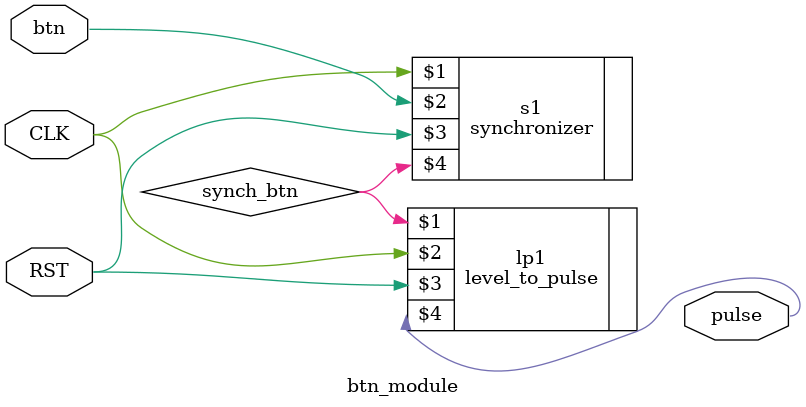
<source format=v>
`timescale 1ns / 1ps
module btn_module(
	input btn,
	input CLK,
	input RST,
	output pulse
    );
	wire synch_btn;
	synchronizer s1(CLK, btn, RST, synch_btn);
	level_to_pulse lp1(synch_btn, CLK, RST, pulse);
	
endmodule

</source>
